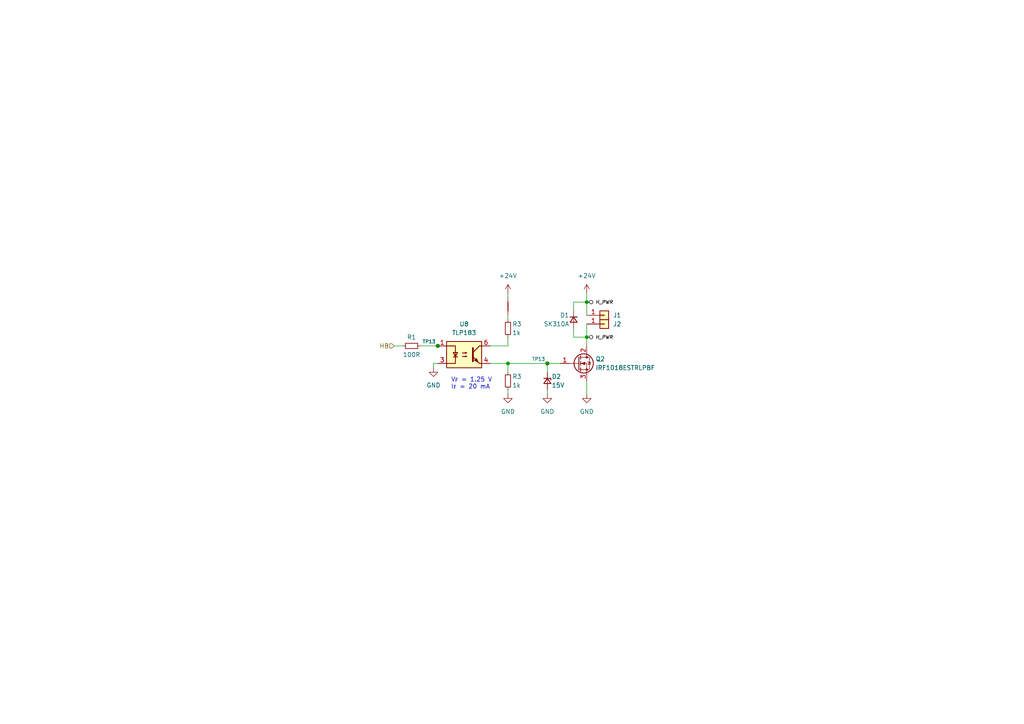
<source format=kicad_sch>
(kicad_sch (version 20230121) (generator eeschema)
  (paper "A4")
  (title_block (title "Heatbed Driver") (date "2023-11-13") (rev "${REVISION}") (company "Author: I. Kajdan") (comment 1 "Promoter: A. Bondyra, Ph.D."))
  (lib_symbols
    (symbol "Connector:TestPoint_Small" (pin_numbers hide) (pin_names (offset 0.762) hide)
      (property "Reference" "TP" (at 0 3.81 0))
      (property "Value" "TestPoint_Small" (at 0 2.032 0))
      (symbol "TestPoint_Small_0_1"
        (circle (center 0 0) (radius 0.508))
      )
      (symbol "TestPoint_Small_1_1"
        (pin passive line (at 0 0 90) (length 0) (name "1") (number "1"))
      )
    )
    (symbol "Connector_Generic:Conn_01x01" (pin_names (offset 1.016) hide)
      (property "Reference" "J" (at 0 2.54 0))
      (property "Value" "Conn_01x01" (at 0 -2.54 0))
      (symbol "Conn_01x01_1_1"
        (rectangle (start -1.27 0.127) (end 0 -0.127) (stroke (width 0.1524)))
        (rectangle (start -1.27 1.27) (end 1.27 -1.27) (stroke (width 0.254)) (fill (type background)))
        (pin passive line (at -5.08 0 0) (length 3.81) (name "Pin_1") (number "1"))
      )
    )
    (symbol "Device:D_Small" (pin_numbers hide) (pin_names (offset 0.254) hide)
      (property "Reference" "D" (at -1.27 2.032 0))
      (property "Value" "D_Small" (at -3.81 -2.032 0))
      (symbol "D_Small_0_1"
        (polyline (pts (xy -0.762 -1.016) (xy -0.762 1.016)) (stroke (width 0.254)))
        (polyline (pts (xy -0.762 0) (xy 0.762 0)))
        (polyline (pts (xy 0.762 -1.016) (xy -0.762 0) (xy 0.762 1.016) (xy 0.762 -1.016)) (stroke (width 0.254)))
      )
      (symbol "D_Small_1_1"
        (pin passive line (at -2.54 0 0) (length 1.778) (name "K") (number "1"))
        (pin passive line (at 2.54 0 180) (length 1.778) (name "A") (number "2"))
      )
    )
    (symbol "Device:D_Zener_Small" (pin_numbers hide) (pin_names (offset 0.254) hide)
      (property "Reference" "D" (at 0 2.286 0))
      (property "Value" "D_Zener_Small" (at 0 -2.286 0))
      (symbol "D_Zener_Small_0_1"
        (polyline (pts (xy 0.762 0) (xy -0.762 0)))
        (polyline (pts (xy -0.254 1.016) (xy -0.762 1.016) (xy -0.762 -1.016)) (stroke (width 0.254)))
        (polyline (pts (xy 0.762 1.016) (xy -0.762 0) (xy 0.762 -1.016) (xy 0.762 1.016)) (stroke (width 0.254)))
      )
      (symbol "D_Zener_Small_1_1"
        (pin passive line (at -2.54 0 0) (length 1.778) (name "K") (number "1"))
        (pin passive line (at 2.54 0 180) (length 1.778) (name "A") (number "2"))
      )
    )
    (symbol "Device:NetTie_2" (pin_numbers hide) (pin_names (offset 0) hide) (in_bom no)
      (property "Reference" "NT" (at 0 1.27 0))
      (property "Value" "NetTie_2" (at 0 -1.27 0))
      (symbol "NetTie_2_0_1"
        (polyline (pts (xy -1.27 0) (xy 1.27 0)) (stroke (width 0.254)))
      )
      (symbol "NetTie_2_1_1"
        (pin passive line (at -2.54 0 0) (length 2.54) (name "1") (number "1"))
        (pin passive line (at 2.54 0 180) (length 2.54) (name "2") (number "2"))
      )
    )
    (symbol "Device:Q_NMOS_GDS" (pin_names (offset 0) hide)
      (property "Reference" "Q" (at 5.08 1.27 0))
      (property "Value" "Q_NMOS_GDS" (at 5.08 -1.27 0))
      (symbol "Q_NMOS_GDS_0_1"
        (polyline (pts (xy 0.254 0) (xy -2.54 0)))
        (polyline (pts (xy 0.254 1.905) (xy 0.254 -1.905)) (stroke (width 0.254)))
        (polyline (pts (xy 0.762 -1.27) (xy 0.762 -2.286)) (stroke (width 0.254)))
        (polyline (pts (xy 0.762 0.508) (xy 0.762 -0.508)) (stroke (width 0.254)))
        (polyline (pts (xy 0.762 2.286) (xy 0.762 1.27)) (stroke (width 0.254)))
        (polyline (pts (xy 2.54 2.54) (xy 2.54 1.778)))
        (polyline (pts (xy 2.54 -2.54) (xy 2.54 0) (xy 0.762 0)))
        (polyline (pts (xy 0.762 -1.778) (xy 3.302 -1.778) (xy 3.302 1.778) (xy 0.762 1.778)))
        (polyline (pts (xy 1.016 0) (xy 2.032 0.381) (xy 2.032 -0.381) (xy 1.016 0)) (fill (type outline)))
        (polyline (pts (xy 2.794 0.508) (xy 2.921 0.381) (xy 3.683 0.381) (xy 3.81 0.254)))
        (polyline (pts (xy 3.302 0.381) (xy 2.921 -0.254) (xy 3.683 -0.254) (xy 3.302 0.381)))
        (circle (center 1.651 0) (radius 2.794) (stroke (width 0.254)))
        (circle (center 2.54 -1.778) (radius 0.254) (fill (type outline)))
        (circle (center 2.54 1.778) (radius 0.254) (fill (type outline)))
      )
      (symbol "Q_NMOS_GDS_1_1"
        (pin input line (at -5.08 0 0) (length 2.54) (name "G") (number "1"))
        (pin passive line (at 2.54 5.08 270) (length 2.54) (name "D") (number "2"))
        (pin passive line (at 2.54 -5.08 90) (length 2.54) (name "S") (number "3"))
      )
    )
    (symbol "Device:R_Small" (pin_numbers hide) (pin_names (offset 0.254) hide)
      (property "Reference" "R" (at 0.762 0.508 0))
      (property "Value" "R_Small" (at 0.762 -1.016 0))
      (symbol "R_Small_0_1"
        (rectangle (start -0.762 1.778) (end 0.762 -1.778) (stroke (width 0.2032)))
      )
      (symbol "R_Small_1_1"
        (pin passive line (at 0 2.54 270) (length 0.762) (name "~") (number "1"))
        (pin passive line (at 0 -2.54 90) (length 0.762) (name "~") (number "2"))
      )
    )
    (symbol "Isolator:TLP185"
      (property "Reference" "U" (at -5.08 5.08 0))
      (property "Value" "TLP185" (at -5.08 -5.08 0))
      (symbol "TLP185_0_1"
        (rectangle (start -5.08 3.81) (end 5.08 -3.81) (stroke (width 0.254)) (fill (type background)))
        (polyline (pts (xy -3.175 -0.635) (xy -1.905 -0.635)) (stroke (width 0.254)))
        (polyline (pts (xy 2.54 1.905) (xy 2.54 -1.905) (xy 2.54 -1.905)) (stroke (width 0.508)))
        (polyline (pts (xy 5.08 -2.54) (xy 4.445 -2.54) (xy 2.54 -0.635)) (stroke (width 0.254)))
        (polyline (pts (xy 5.08 2.54) (xy 4.445 2.54) (xy 2.54 0.635)) (stroke (width 0.254)))
        (polyline (pts (xy -5.08 -2.54) (xy -2.54 -2.54) (xy -2.54 2.54) (xy -5.08 2.54)) (stroke (width 0.254)))
        (polyline (pts (xy -2.54 -0.635) (xy -3.175 0.635) (xy -1.905 0.635) (xy -2.54 -0.635)) (stroke (width 0.254)))
        (polyline (pts (xy -0.508 -0.508) (xy 0.762 -0.508) (xy 0.381 -0.635) (xy 0.381 -0.381) (xy 0.762 -0.508)) (stroke (width 0.254)))
        (polyline (pts (xy -0.508 0.508) (xy 0.762 0.508) (xy 0.381 0.381) (xy 0.381 0.635) (xy 0.762 0.508)) (stroke (width 0.254)))
        (polyline (pts (xy 3.048 -1.651) (xy 3.556 -1.143) (xy 4.064 -2.159) (xy 3.048 -1.651) (xy 3.048 -1.651)) (stroke (width 0.254)) (fill (type outline)))
      )
      (symbol "TLP185_1_1"
        (pin passive line (at -7.62 2.54 0) (length 2.54) (name "~") (number "1"))
        (pin passive line (at -7.62 -2.54 0) (length 2.54) (name "~") (number "3"))
        (pin passive line (at 7.62 -2.54 180) (length 2.54) (name "~") (number "4"))
        (pin passive line (at 7.62 2.54 180) (length 2.54) (name "~") (number "6"))
      )
    )
    (symbol "power:+24V" (power) (pin_names (offset 0))
      (property "Value" "+24V" (at 0 3.556 0))
      (symbol "+24V_0_1"
        (polyline (pts (xy -0.762 1.27) (xy 0 2.54)))
        (polyline (pts (xy 0 0) (xy 0 2.54)))
        (polyline (pts (xy 0 2.54) (xy 0.762 1.27)))
      )
      (symbol "+24V_1_1"
        (pin power_in line (at 0 0 90) (length 0) hide (name "+24V") (number "1"))
      )
    )
    (symbol "power:GND" (power) (pin_names (offset 0))
      (property "Value" "GND" (at 0 -3.81 0))
      (symbol "GND_0_1"
        (polyline (pts (xy 0 0) (xy 0 -1.27) (xy 1.27 -1.27) (xy 0 -2.54) (xy -1.27 -1.27) (xy 0 -1.27)))
      )
      (symbol "GND_1_1"
        (pin power_in line (at 0 0 270) (length 0) hide (name "GND") (number "1"))
      )
    )
  )
  (junction (at 147.32 105.41))
  (junction (at 170.18 97.79))
  (junction (at 127 100.33))
  (junction (at 170.18 87.63))
  (junction (at 158.75 105.41))
  (wire (pts (xy 170.18 87.63) (xy 170.18 91.44)))
  (wire (pts (xy 147.32 97.79) (xy 147.32 100.33)))
  (wire (pts (xy 166.37 95.25) (xy 166.37 97.79)))
  (wire (pts (xy 170.18 93.98) (xy 170.18 97.79)))
  (wire (pts (xy 142.24 100.33) (xy 147.32 100.33)))
  (wire (pts (xy 170.18 85.09) (xy 170.18 87.63)))
  (wire (pts (xy 147.32 105.41) (xy 147.32 107.95)))
  (wire (pts (xy 147.32 113.03) (xy 147.32 114.3)))
  (wire (pts (xy 121.92 100.33) (xy 127 100.33)))
  (wire (pts (xy 170.18 97.79) (xy 170.18 100.33)))
  (wire (pts (xy 166.37 87.63) (xy 166.37 90.17)))
  (wire (pts (xy 114.3 100.33) (xy 116.84 100.33)))
  (wire (pts (xy 147.32 105.41) (xy 158.75 105.41)))
  (wire (pts (xy 125.73 105.41) (xy 125.73 106.68)))
  (wire (pts (xy 125.73 105.41) (xy 127 105.41)))
  (wire (pts (xy 142.24 105.41) (xy 147.32 105.41)))
  (wire (pts (xy 170.18 110.49) (xy 170.18 114.3)))
  (wire (pts (xy 158.75 113.03) (xy 158.75 114.3)))
  (wire (pts (xy 158.75 105.41) (xy 162.56 105.41)))
  (wire (pts (xy 147.32 85.09) (xy 147.32 86.36)))
  (wire (pts (xy 170.18 87.63) (xy 166.37 87.63)))
  (wire (pts (xy 147.32 91.44) (xy 147.32 92.71)))
  (wire (pts (xy 166.37 97.79) (xy 170.18 97.79)))
  (wire (pts (xy 158.75 105.41) (xy 158.75 107.95)))
  (text "V_{F} = 1.25 V\nI_{F} = 20 mA" (at 130.81 113.03 0) (effects (font (size 1.27 1.27)) (justify left bottom)))
  (hierarchical_label "HB" (shape input) (at 114.3 100.33 180))
  (netclass_flag "" (length 1.27) (shape round) (at 170.18 87.63 270) (property "Netclass" "H_PWR" (at 175.26 87.63 0) (effects (font (size 1 1) italic))))
  (netclass_flag "" (length 1.27) (shape round) (at 170.18 97.79 270) (property "Netclass" "H_PWR" (at 175.26 97.79 0) (effects (font (size 1 1) italic))))
  (symbol (lib_id "Connector:TestPoint_Small") (at 127 100.33 0) (unit 1) (in_bom no)
    (property "Reference" "TP13" (at 126.365 99.06 0) (effects (font (size 1 1)) (justify right)))
    (property "Value" "TestPoint_Small" (effects hide))
    (property "Footprint" "TestPoint:TestPoint_Pad_D1.0mm" (effects hide))
    (instances (project "control_board" (path "" (reference "TP13") (unit 1)) (path "" (reference "TP17") (unit 1))))
  )
  (symbol (lib_id "Device:Q_NMOS_GDS") (at 167.64 105.41 0) (unit 1)
    (property "Reference" "Q2" (at 172.72 104.14 0) (effects (justify left)))
    (property "Value" "IRF1018ESTRLPBF" (at 172.72 106.68 0) (effects (justify left)))
    (property "Footprint" "Package_TO_SOT_SMD:TO-263-2" (effects hide))
    (property "Datasheet" "https://www.infineon.com/dgdl/irf1018epbf.pdf?fileId=5546d462533600a4015355da854e1891" (effects hide))
  )
  (symbol (lib_id "Connector_Generic:Conn_01x01") (at 175.26 91.44 0) (mirror x) (unit 1) (in_bom no)
    (property "Reference" "J1" (at 177.8 91.44 0) (effects (justify left)))
    (property "Value" "Conn_01x01" (effects hide))
    (property "Footprint" "Local_Library:Pad_D5mm_H2.2mm_Via" (effects hide))
    (instances (project "control_board" (path "" (reference "J1") (unit 1)) (path "" (reference "J8") (unit 1))) (project "heatbed" (path "" (reference "J1") (unit 1))))
  )
  (symbol (lib_id "Device:NetTie_2") (at 147.32 88.9 90) (unit 1) (in_bom no)
    (property "Reference" "NT2" (effects hide))
    (property "Value" "NetTie_2" (effects hide))
    (property "Footprint" "Local_Library:NetTie-2_SMD_Pad0.2mm" (effects hide))
  )
  (symbol (lib_id "power:GND") (at 125.73 106.68 0) (unit 1)
    (property "Reference" "#PWR08" (effects hide))
    (property "Value" "GND" (at 125.73 111.76 0))
    (instances (project "control_board" (path "" (reference "#PWR08") (unit 1))) (project "control_board" (path "" (reference "#PWR01") (unit 1)) (path "" (reference "#PWR077") (unit 1))))
  )
  (symbol (lib_id "power:GND") (at 158.75 114.3 0) (unit 1)
    (property "Reference" "#PWR078" (effects hide))
    (property "Value" "GND" (at 158.75 119.38 0))
    (instances (project "control_board" (path "" (reference "#PWR078") (unit 1)) (path "" (reference "#PWR080") (unit 1))))
  )
  (symbol (lib_id "Device:D_Small") (at 166.37 92.71 90) (mirror x) (unit 1)
    (property "Reference" "D1" (at 165.1 91.44 90) (effects (justify left)))
    (property "Value" "SK310A" (at 165.1 93.98 90) (effects (justify left)))
    (property "Footprint" "Diode_SMD:D_SMA" (effects hide))
    (property "Datasheet" "https://www.smc-diodes.com/propdf/SK310A%20N0945%20REV.A.pdf" (effects hide))
    (instances (project "control_board" (path "" (reference "D1") (unit 1))) (project "control_board" (path "" (reference "D1") (unit 1)) (path "" (reference "D10") (unit 1))))
  )
  (symbol (lib_id "power:+24V") (at 170.18 85.09 0) (unit 1)
    (property "Reference" "#PWR05" (effects hide))
    (property "Value" "+24V" (at 170.18 80.01 0))
    (instances (project "control_board" (path "" (reference "#PWR05") (unit 1))) (project "control_board" (path "" (reference "#PWR012") (unit 1)) (path "" (reference "#PWR081") (unit 1))))
  )
  (symbol (lib_id "Device:R_Small") (at 119.38 100.33 90) (unit 1)
    (property "Reference" "R1" (at 119.38 97.79 90))
    (property "Value" "100R" (at 119.38 102.87 90))
    (property "Footprint" "Resistor_SMD:R_0603_1608Metric" (effects hide))
    (instances (project "control_board" (path "" (reference "R1") (unit 1))) (project "control_board" (path "" (reference "R1") (unit 1)) (path "" (reference "R33") (unit 1))))
  )
  (symbol (lib_id "Device:R_Small") (at 147.32 95.25 0) (mirror y) (unit 1)
    (property "Reference" "R3" (at 148.59 93.98 0) (effects (justify right)))
    (property "Value" "1k" (at 148.59 96.52 0) (effects (justify right)))
    (property "Footprint" "Resistor_SMD:R_0603_1608Metric" (effects hide))
    (instances (project "control_board" (path "" (reference "R3") (unit 1))) (project "control_board" (path "" (reference "R3") (unit 1)) (path "" (reference "R34") (unit 1))))
  )
  (symbol (lib_id "Device:D_Zener_Small") (at 158.75 110.49 270) (unit 1)
    (property "Reference" "D2" (at 160.02 109.22 90) (effects (justify left)))
    (property "Value" "15V" (at 160.02 111.76 90) (effects (justify left)))
    (property "Footprint" "Diode_SMD:D_SOD-123F" (effects hide))
    (property "Component" "BZT52H-C15,115" (effects hide))
    (instances (project "control_board" (path "" (reference "D2") (unit 1)) (path "" (reference "D9") (unit 1))))
  )
  (symbol (lib_id "power:GND") (at 147.32 114.3 0) (unit 1)
    (property "Reference" "#PWR078" (effects hide))
    (property "Value" "GND" (at 147.32 119.38 0))
    (instances (project "control_board" (path "" (reference "#PWR078") (unit 1)) (path "" (reference "#PWR079") (unit 1))))
  )
  (symbol (lib_id "Device:R_Small") (at 147.32 110.49 0) (mirror y) (unit 1)
    (property "Reference" "R3" (at 148.59 109.22 0) (effects (justify right)))
    (property "Value" "1k" (at 148.59 111.76 0) (effects (justify right)))
    (property "Footprint" "Resistor_SMD:R_0603_1608Metric" (effects hide))
    (instances (project "control_board" (path "" (reference "R3") (unit 1))) (project "control_board" (path "" (reference "R3") (unit 1)) (path "" (reference "R35") (unit 1))))
  )
  (symbol (lib_id "power:GND") (at 170.18 114.3 0) (unit 1)
    (property "Reference" "#PWR078" (effects hide))
    (property "Value" "GND" (at 170.18 119.38 0))
    (instances (project "control_board" (path "" (reference "#PWR078") (unit 1)) (path "" (reference "#PWR082") (unit 1))))
  )
  (symbol (lib_id "Connector_Generic:Conn_01x01") (at 175.26 93.98 0) (unit 1) (in_bom no)
    (property "Reference" "J2" (at 177.8 93.98 0) (effects (justify left)))
    (property "Value" "Conn_01x01" (effects hide))
    (property "Footprint" "Local_Library:Pad_D5mm_H2.2mm_Via" (effects hide))
    (instances (project "control_board" (path "" (reference "J2") (unit 1)) (path "" (reference "J9") (unit 1))) (project "heatbed" (path "" (reference "J2") (unit 1))))
  )
  (symbol (lib_id "Connector:TestPoint_Small") (at 158.75 105.41 0) (unit 1) (in_bom no)
    (property "Reference" "TP13" (at 158.115 104.14 0) (effects (font (size 1 1)) (justify right)))
    (property "Value" "TestPoint_Small" (effects hide))
    (property "Footprint" "TestPoint:TestPoint_Pad_D1.0mm" (effects hide))
    (instances (project "control_board" (path "" (reference "TP13") (unit 1)) (path "" (reference "TP18") (unit 1))))
  )
  (symbol (lib_id "power:+24V") (at 147.32 85.09 0) (unit 1)
    (property "Reference" "#PWR06" (effects hide))
    (property "Value" "+24V" (at 147.32 80.01 0))
    (instances (project "control_board" (path "" (reference "#PWR06") (unit 1))) (project "control_board" (path "" (reference "#PWR06") (unit 1)) (path "" (reference "#PWR078") (unit 1))))
  )
  (symbol (lib_id "Isolator:TLP185") (at 134.62 102.87 0) (unit 1)
    (property "Reference" "U8" (at 134.62 93.98 0))
    (property "Value" "TLP183" (at 134.62 96.52 0))
    (property "Footprint" "Local_Library:SOIC-4_4.55x3.7mm_P2.54mm" (effects hide))
    (property "Datasheet" "https://toshiba.semicon-storage.com/info/TLP183_datasheet_en_20201118.pdf?did=14417&prodName=TLP183" (effects hide))
  )
)
</source>
